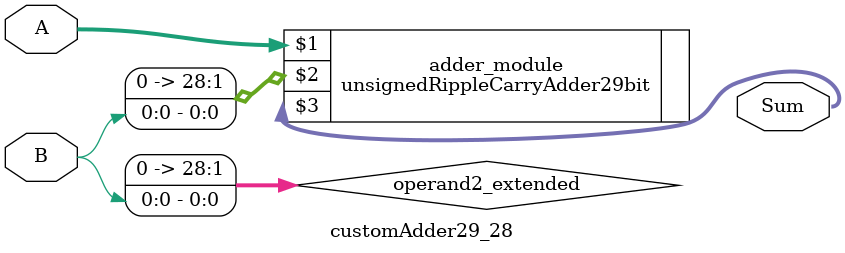
<source format=v>

module customAdder29_28(
                    input [28 : 0] A,
                    input [0 : 0] B,
                    
                    output [29 : 0] Sum
            );

    wire [28 : 0] operand2_extended;
    
    assign operand2_extended =  {28'b0, B};
    
    unsignedRippleCarryAdder29bit adder_module(
        A,
        operand2_extended,
        Sum
    );
    
endmodule
        
</source>
